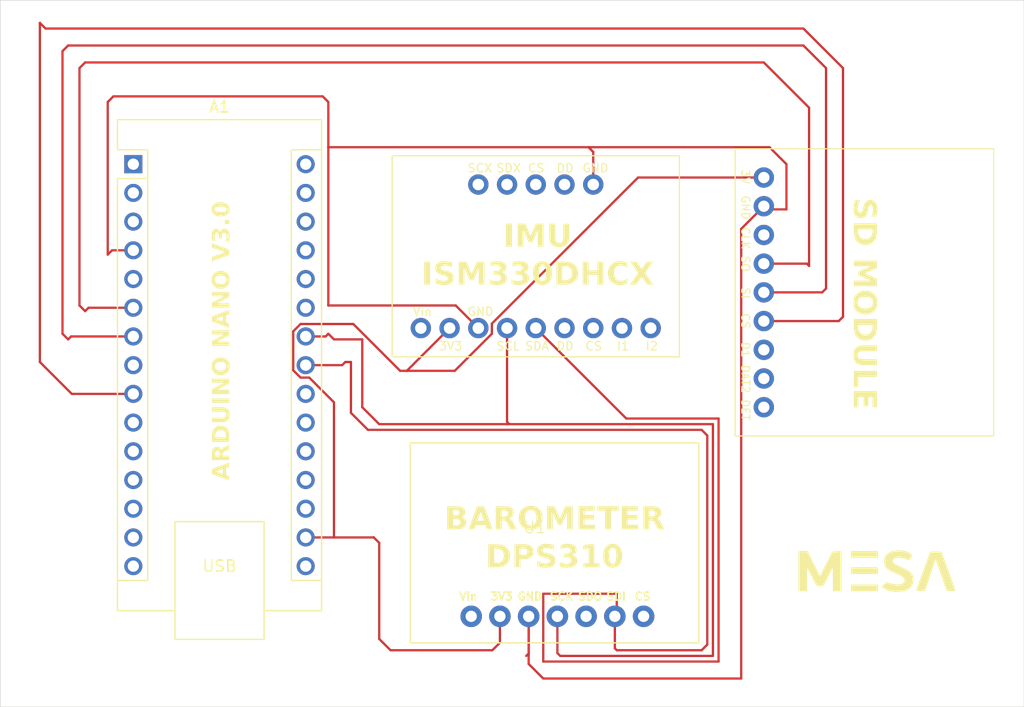
<source format=kicad_pcb>
(kicad_pcb (version 20241229) (generator "pcbnew") (generator_version "9.0")
  (layers (0 "F.Cu" signal) (2 "B.Cu" signal) (13 "F.Paste" user) (15 "B.Paste" user) (5 "F.SilkS" user "F.Silkscreen") (7 "B.SilkS" user "B.Silkscreen") (1 "F.Mask" user) (3 "B.Mask" user) (25 "Edge.Cuts" user))
  (net 0 "")
  (net 4 "Net-(A1-D10)")
  (net 5 "Net-(A1-D13)")
  (net 9 "Net-(A1-D2)")
  (net 14 "Net-(A1-A4)")
  (net 16 "Net-(A1-3V3)")
  (net 19 "GND")
  (net 22 "+5V")
  (net 23 "Net-(A1-D12)")
  (net 25 "Net-(A1-D11)")
  (net 38 "Net-(A1-D3)")
  (net 39 "Net-(A1-D4)")
  (net 40 "Net-(A1-D6)")
  (footprint "Avionics:ADAFRUIT MICROSD" (layer "F.Cu") (at 160.5 89.5 -90)
    (property "Reference" "U4" (hide yes))
    (property "Value" "~" (hide yes))
    (fp_line (start -12.7 11.43) (end -12.7 -11.43) (stroke (width 0.1)) (layer "F.SilkS"))
    (fp_line (start 12.7 11.43) (end -12.7 11.43) (stroke (width 0.1)) (layer "F.SilkS"))
    (fp_line (start -12.7 -11.43) (end 12.7 -11.43) (stroke (width 0.1)) (layer "F.SilkS"))
    (fp_line (start 12.7 -11.43) (end 12.7 11.43) (stroke (width 0.1)) (layer "F.SilkS"))
    (fp_text user "D1" (at 4.318 10.922 270) (layer "F.SilkS") (effects (font (size 0.7 0.7) (thickness 0.1)) (justify left bottom)))
    (fp_text user "GND" (at -8.636 10.922 270) (layer "F.SilkS") (effects (font (size 0.7 0.7) (thickness 0.1)) (justify left bottom)))
    (fp_text user "CS" (at 1.778 10.922 270) (layer "F.SilkS") (effects (font (size 0.7 0.7) (thickness 0.1)) (justify left bottom)))
    (fp_text user "SI" (at -0.508 10.922 270) (layer "F.SilkS") (effects (font (size 0.7 0.7) (thickness 0.1)) (justify left bottom)))
    (fp_text user "SO" (at -3.302 10.922 270) (layer "F.SilkS") (effects (font (size 0.7 0.7) (thickness 0.1)) (justify left bottom)))
    (fp_text user "DET" (at 9.398 10.922 270) (layer "F.SilkS") (effects (font (size 0.7 0.7) (thickness 0.1)) (justify left bottom)))
    (fp_text user "3V" (at -10.922 10.922 270) (layer "F.SilkS") (effects (font (size 0.7 0.7) (thickness 0.1)) (justify left bottom)))
    (fp_text user "DAT2" (at 6.35 10.922 270) (layer "F.SilkS") (effects (font (size 0.7 0.7) (thickness 0.1)) (justify left bottom)))
    (fp_text user "SD MODULE" (at -8.382 1.27 270) (layer "F.SilkS") (effects (font (size 2 2) (thickness 0.1)) (justify left bottom)))
    (fp_text user "CLK" (at -5.842 10.922 270) (layer "F.SilkS") (effects (font (size 0.7 0.7) (thickness 0.1)) (justify left bottom)))
    (pad "1" thru_hole circle (at -10.16 8.89 270) (size 1.8 1.8) (drill 1) (layers "*.Cu" "*.Mask") (net 16 "Net-(A1-3V3)"))
    (pad "2" thru_hole circle (at -7.62 8.89 270) (size 1.8 1.8) (drill 1) (layers "*.Cu" "*.Mask") (net 19 "GND"))
    (pad "3" thru_hole circle (at -5.08 8.89 270) (size 1.8 1.8) (drill 1) (layers "*.Cu" "*.Mask"))
    (pad "4" thru_hole circle (at -2.54 8.89 270) (size 1.8 1.8) (drill 1) (layers "*.Cu" "*.Mask") (net 38 "Net-(A1-D3)"))
    (pad "5" thru_hole circle (at 0 8.89 270) (size 1.8 1.8) (drill 1) (layers "*.Cu" "*.Mask") (net 39 "Net-(A1-D4)"))
    (pad "6" thru_hole circle (at 2.54 8.89 270) (size 1.8 1.8) (drill 1) (layers "*.Cu" "*.Mask") (net 40 "Net-(A1-D6)"))
    (pad "7" thru_hole circle (at 5.08 8.89 270) (size 1.8 1.8) (drill 1) (layers "*.Cu" "*.Mask"))
    (pad "8" thru_hole circle (at 7.62 8.89 270) (size 1.8 1.8) (drill 1) (layers "*.Cu" "*.Mask"))
    (pad "9" thru_hole circle (at 10.16 8.89 270) (size 1.8 1.8) (drill 1) (layers "*.Cu" "*.Mask"))
  )
  (footprint "Logo:MESA" (layer "F.Cu") (at 161.61 114.16)
    (property "Reference" "G***" (hide yes))
    (property "Value" "LOGO" (hide yes))
    (fp_poly (pts (xy 0.084666 -1.481667) (xy 0.084666 -1.185334) (xy -1.100667 -1.185334) (xy -2.286001 -1.185334) (xy -2.286001 -1.481667) (xy -2.286001 -1.778001) (xy -1.100667 -1.778001) (xy 0.084666 -1.778001)) (fill yes) (layer "F.SilkS"))
    (fp_poly (pts (xy 0.084666 -0.042334) (xy 0.084666 0.253999) (xy -1.100667 0.253999) (xy -2.286001 0.253999) (xy -2.286001 -0.042334) (xy -2.286001 -0.338667) (xy -1.100667 -0.338667) (xy 0.084666 -0.338667)) (fill yes) (layer "F.SilkS"))
    (fp_poly (pts (xy 0.084666 1.481666) (xy 0.084666 1.777999) (xy -1.100667 1.777999) (xy -2.286001 1.777999) (xy -2.286001 1.481666) (xy -2.286001 1.185333) (xy -1.100667 1.185333) (xy 0.084666 1.185333)) (fill yes) (layer "F.SilkS"))
    (fp_poly (pts (xy 6.320693 -0.042334) (xy 6.504175 0.462201) (xy 6.666192 0.913279) (xy 6.798189 1.286615) (xy 6.891606 1.557923) (xy 6.937889 1.702918) (xy 6.941367 1.719138) (xy 6.866671 1.754215) (xy 6.675521 1.766131) (xy 6.549813 1.761471) (xy 6.156961 1.735666) (xy 5.917986 1.058333) (xy 5.768512 0.632085) (xy 5.599222 0.145451) (xy 5.444866 -0.301653) (xy 5.434084 -0.333069) (xy 5.189156 -1.047138) (xy 4.725793 0.344264) (xy 4.262429 1.735666) (xy 3.866881 1.761471) (xy 3.635396 1.763585) (xy 3.493666 1.739826) (xy 3.472631 1.719138) (xy 3.500909 1.6227) (xy 3.579237 1.391678) (xy 3.699057 1.050359) (xy 3.851812 0.623028) (xy 4.028945 0.13397) (xy 4.093305 -0.042334) (xy 4.71268 -1.735667) (xy 5.206999 -1.735667) (xy 5.701318 -1.735667)) (fill yes) (layer "F.SilkS"))
    (fp_poly (pts (xy -3.132667 -0.00464) (xy -3.132667 1.777999) (xy -3.513667 1.777999) (xy -3.894667 1.777999) (xy -3.898995 0.740833) (xy -3.903322 -0.296334) (xy -4.323152 0.529166) (xy -4.509461 0.891063) (xy -4.643001 1.127946) (xy -4.746681 1.266279) (xy -4.843408 1.332531) (xy -4.956093 1.353168) (xy -5.037667 1.354666) (xy -5.170071 1.348346) (xy -5.27325 1.31174) (xy -5.370111 1.218383) (xy -5.483564 1.041807) (xy -5.636517 0.755546) (xy -5.752183 0.529166) (xy -6.172013 -0.296334) (xy -6.17634 0.740833) (xy -6.180667 1.777999) (xy -6.561667 1.777999) (xy -6.942667 1.777999) (xy -6.942667 -0.000001) (xy -6.942667 -1.778001) (xy -6.5379 -1.778001) (xy -6.133133 -1.778001) (xy -5.588986 -0.679324) (xy -5.04484 0.419354) (xy -4.49092 -0.658157) (xy -3.937001 -1.735667) (xy -3.534834 -1.761473) (xy -3.132667 -1.787279)) (fill yes) (layer "F.SilkS"))
    (fp_poly (pts (xy 2.540694 -1.76396) (xy 2.708584 -1.707762) (xy 2.983288 -1.572238) (xy 3.098817 -1.425417) (xy 3.065026 -1.2459) (xy 2.980365 -1.117686) (xy 2.865029 -0.991112) (xy 2.755843 -0.974297) (xy 2.578839 -1.053664) (xy 2.308517 -1.147947) (xy 2.004459 -1.186068) (xy 1.721104 -1.169041) (xy 1.512889 -1.097879) (xy 1.448219 -1.032605) (xy 1.405941 -0.893576) (xy 1.453507 -0.7673) (xy 1.609863 -0.6366) (xy 1.893956 -0.484293) (xy 2.209251 -0.342529) (xy 2.658046 -0.126114) (xy 2.962677 0.083472) (xy 3.145494 0.31017) (xy 3.228846 0.577918) (xy 3.240423 0.761999) (xy 3.162264 1.165813) (xy 2.937452 1.494496) (xy 2.659385 1.688988) (xy 2.38462 1.773458) (xy 2.011342 1.822501) (xy 1.607338 1.832611) (xy 1.240393 1.800281) (xy 1.100666 1.769615) (xy 0.840118 1.669843) (xy 0.620054 1.545196) (xy 0.614708 1.541185) (xy 0.425084 1.396999) (xy 0.614708 1.159591) (xy 0.744416 1.011397) (xy 0.853998 0.967038) (xy 1.015769 1.01134) (xy 1.119113 1.053758) (xy 1.449184 1.147722) (xy 1.804035 1.180827) (xy 2.121227 1.152153) (xy 2.324635 1.071506) (xy 2.437367 0.913616) (xy 2.427453 0.747109) (xy 2.365725 0.625819) (xy 2.225951 0.505771) (xy 1.979498 0.367246) (xy 1.658359 0.217393) (xy 1.232854 0.017017) (xy 0.942758 -0.154446) (xy 0.763246 -0.322857) (xy 0.669496 -0.514075) (xy 0.636685 -0.753961) (xy 0.634999 -0.848735) (xy 0.662886 -1.161286) (xy 0.761167 -1.381135) (xy 0.828517 -1.462349) (xy 1.15091 -1.690454) (xy 1.572303 -1.820487) (xy 2.049848 -1.846853)) (fill yes) (layer "F.SilkS"))
  )
  (footprint "Avionics:ISM330DHCX" (layer "F.Cu") (at 131.45 86.31)
    (property "Reference" "U2" (hide yes))
    (property "Value" "ISM330DHCX" (hide yes))
    (fp_line (start -12.7 -8.89) (end 12.7 -8.89) (stroke (width 0.1)) (layer "F.SilkS"))
    (fp_line (start -12.7 8.89) (end -12.7 -8.89) (stroke (width 0.1)) (layer "F.SilkS"))
    (fp_line (start 12.7 -8.89) (end 12.7 8.89) (stroke (width 0.1)) (layer "F.SilkS"))
    (fp_line (start 12.7 8.89) (end -12.7 8.89) (stroke (width 0.1)) (layer "F.SilkS"))
    (fp_rect (start -12.7 -8.89) (end 12.7 8.89) (stroke (width 0.1)) (fill no) (layer "F.SilkS"))
    (fp_text user "3V3" (at -8.636 8.382 0) (layer "F.SilkS") (effects (font (size 0.75 0.75) (thickness 0.1)) (justify left bottom)))
    (fp_text user "GND" (at -6.096 5.334 0) (layer "F.SilkS") (effects (font (size 0.75 0.75) (thickness 0.1)) (justify left bottom)))
    (fp_text user "GND" (at 4.064 -7.366 0) (layer "F.SilkS") (effects (font (size 0.75 0.75) (thickness 0.1)) (justify left bottom)))
    (fp_text user "SDX" (at -3.556 -7.366 0) (layer "F.SilkS") (effects (font (size 0.75 0.75) (thickness 0.1)) (justify left bottom)))
    (fp_text user "SCL" (at -3.556 8.382 0) (layer "F.SilkS") (effects (font (size 0.75 0.75) (thickness 0.1)) (justify left bottom)))
    (fp_text user "CS" (at -0.762 -7.366 0) (layer "F.SilkS") (effects (font (size 0.75 0.75) (thickness 0.1)) (justify left bottom)))
    (fp_text user "CS" (at 4.318 8.382 0) (layer "F.SilkS") (effects (font (size 0.75 0.75) (thickness 0.1)) (justify left bottom)))
    (fp_text user "I2" (at 9.652 8.382 0) (layer "F.SilkS") (effects (font (size 0.75 0.75) (thickness 0.1)) (justify left bottom)))
    (fp_text user "Vin" (at -10.922 5.334 0) (layer "F.SilkS") (effects (font (size 0.75 0.75) (thickness 0.1)) (justify left bottom)))
    (fp_text user "DD" (at 1.778 -7.366 0) (layer "F.SilkS") (effects (font (size 0.75 0.75) (thickness 0.1)) (justify left bottom)))
    (fp_text user "SDA" (at -1.016 8.382 0) (layer "F.SilkS") (effects (font (size 0.75 0.75) (thickness 0.1)) (justify left bottom)))
    (fp_text user "DD" (at 1.778 8.382 0) (layer "F.SilkS") (effects (font (size 0.75 0.75) (thickness 0.1)) (justify left bottom)))
    (fp_text user "SCX" (at -6.096 -7.366 0) (layer "F.SilkS") (effects (font (size 0.75 0.75) (thickness 0.1)) (justify left bottom)))
    (fp_text user "I1" (at 7.112 8.382 0) (layer "F.SilkS") (effects (font (size 0.75 0.75) (thickness 0.1)) (justify left bottom)))
    (pad "1" thru_hole circle (at 2.54 -6.35) (size 1.8 1.8) (drill 1.02) (layers "*.Cu" "*.Mask"))
    (pad "2" thru_hole circle (at -2.54 -6.35) (size 1.8 1.8) (drill 1.02) (layers "*.Cu" "*.Mask"))
    (pad "3" thru_hole circle (at -5.08 -6.35) (size 1.8 1.8) (drill 1.02) (layers "*.Cu" "*.Mask"))
    (pad "4" thru_hole circle (at 7.62 6.35) (size 1.8 1.8) (drill 1.02) (layers "*.Cu" "*.Mask"))
    (pad "5" thru_hole circle (at -10.16 6.35) (size 1.8 1.8) (drill 1.02) (layers "*.Cu" "*.Mask"))
    (pad "6" thru_hole circle (at -5.08 6.35) (size 1.8 1.8) (drill 1.02) (layers "*.Cu" "*.Mask") (net 19 "GND"))
    (pad "6" thru_hole circle (at 5.08 -6.35) (size 1.8 1.8) (drill 1.02) (layers "*.Cu" "*.Mask") (net 19 "GND"))
    (pad "8" thru_hole circle (at -7.62 6.35) (size 1.8 1.8) (drill 1.02) (layers "*.Cu" "*.Mask") (net 16 "Net-(A1-3V3)"))
    (pad "9" thru_hole circle (at 10.16 6.35) (size 1.8 1.8) (drill 1.02) (layers "*.Cu" "*.Mask"))
    (pad "11" thru_hole circle (at 2.54 6.35) (size 1.8 1.8) (drill 1.02) (layers "*.Cu" "*.Mask"))
    (pad "12" thru_hole circle (at 0 -6.35) (size 1.8 1.8) (drill 1.02) (layers "*.Cu" "*.Mask"))
    (pad "12" thru_hole circle (at 5.08 6.35) (size 1.8 1.8) (drill 1.02) (layers "*.Cu" "*.Mask"))
    (pad "13" thru_hole circle (at -2.54 6.35) (size 1.8 1.8) (drill 1.02) (layers "*.Cu" "*.Mask") (net 14 "Net-(A1-A4)"))
    (pad "14" thru_hole circle (at 0 6.35) (size 1.8 1.8) (drill 1.02) (layers "*.Cu" "*.Mask") (net 14 "Net-(A1-A4)"))
  )
  (footprint "Module:Arduino_Nano" (layer "F.Cu") (at 95.87 78.16)
    (property "Reference" "A1" (at 7.62 -5.08 0) (layer "F.SilkS"))
    (property "Value" "Arduino_Nano_v3.x")
    (fp_line (start -1.4 -3.94) (end -1.4 -1.27) (stroke (width 0.12)) (layer "F.SilkS"))
    (fp_line (start -1.4 1.27) (end -1.4 39.5) (stroke (width 0.12)) (layer "F.SilkS"))
    (fp_line (start -1.4 39.5) (end 3.68 39.5) (stroke (width 0.12)) (layer "F.SilkS"))
    (fp_line (start 1.27 -1.27) (end -1.4 -1.27) (stroke (width 0.12)) (layer "F.SilkS"))
    (fp_line (start 1.27 1.27) (end -1.4 1.27) (stroke (width 0.12)) (layer "F.SilkS"))
    (fp_line (start 1.27 1.27) (end 1.27 -1.27) (stroke (width 0.12)) (layer "F.SilkS"))
    (fp_line (start 1.27 1.27) (end 1.27 36.83) (stroke (width 0.12)) (layer "F.SilkS"))
    (fp_line (start 1.27 36.83) (end -1.4 36.83) (stroke (width 0.12)) (layer "F.SilkS"))
    (fp_line (start 3.68 31.62) (end 11.56 31.62) (stroke (width 0.12)) (layer "F.SilkS"))
    (fp_line (start 3.68 42.04) (end 3.68 31.62) (stroke (width 0.12)) (layer "F.SilkS"))
    (fp_line (start 11.56 31.62) (end 11.56 42.04) (stroke (width 0.12)) (layer "F.SilkS"))
    (fp_line (start 11.56 42.04) (end 3.68 42.04) (stroke (width 0.12)) (layer "F.SilkS"))
    (fp_line (start 13.97 -1.27) (end 13.97 36.83) (stroke (width 0.12)) (layer "F.SilkS"))
    (fp_line (start 13.97 -1.27) (end 16.64 -1.27) (stroke (width 0.12)) (layer "F.SilkS"))
    (fp_line (start 13.97 36.83) (end 16.64 36.83) (stroke (width 0.12)) (layer "F.SilkS"))
    (fp_line (start 16.64 -3.94) (end -1.4 -3.94) (stroke (width 0.12)) (layer "F.SilkS"))
    (fp_line (start 16.64 39.5) (end 11.56 39.5) (stroke (width 0.12)) (layer "F.SilkS"))
    (fp_line (start 16.64 39.5) (end 16.64 -3.94) (stroke (width 0.12)) (layer "F.SilkS"))
    (fp_text user "USB" (at 7.62 35.56 0) (layer "F.SilkS"))
    (pad "1" thru_hole rect (at 0 0) (size 1.6 1.6) (drill 1) (layers "*.Cu" "*.Mask"))
    (pad "2" thru_hole oval (at 0 2.54) (size 1.6 1.6) (drill 1) (layers "*.Cu" "*.Mask"))
    (pad "3" thru_hole oval (at 0 5.08) (size 1.6 1.6) (drill 1) (layers "*.Cu" "*.Mask"))
    (pad "4" thru_hole oval (at 0 7.62) (size 1.6 1.6) (drill 1) (layers "*.Cu" "*.Mask") (net 19 "GND"))
    (pad "5" thru_hole oval (at 0 10.16) (size 1.6 1.6) (drill 1) (layers "*.Cu" "*.Mask") (net 9 "Net-(A1-D2)"))
    (pad "6" thru_hole oval (at 0 12.7) (size 1.6 1.6) (drill 1) (layers "*.Cu" "*.Mask") (net 38 "Net-(A1-D3)"))
    (pad "7" thru_hole oval (at 0 15.24) (size 1.6 1.6) (drill 1) (layers "*.Cu" "*.Mask") (net 39 "Net-(A1-D4)"))
    (pad "8" thru_hole oval (at 0 17.78) (size 1.6 1.6) (drill 1) (layers "*.Cu" "*.Mask"))
    (pad "9" thru_hole oval (at 0 20.32) (size 1.6 1.6) (drill 1) (layers "*.Cu" "*.Mask") (net 40 "Net-(A1-D6)"))
    (pad "10" thru_hole oval (at 0 22.86) (size 1.6 1.6) (drill 1) (layers "*.Cu" "*.Mask"))
    (pad "11" thru_hole oval (at 0 25.4) (size 1.6 1.6) (drill 1) (layers "*.Cu" "*.Mask"))
    (pad "12" thru_hole oval (at 0 27.94) (size 1.6 1.6) (drill 1) (layers "*.Cu" "*.Mask"))
    (pad "13" thru_hole oval (at 0 30.48) (size 1.6 1.6) (drill 1) (layers "*.Cu" "*.Mask") (net 4 "Net-(A1-D10)"))
    (pad "14" thru_hole oval (at 0 33.02) (size 1.6 1.6) (drill 1) (layers "*.Cu" "*.Mask") (net 25 "Net-(A1-D11)"))
    (pad "15" thru_hole oval (at 0 35.56) (size 1.6 1.6) (drill 1) (layers "*.Cu" "*.Mask") (net 23 "Net-(A1-D12)"))
    (pad "16" thru_hole oval (at 15.24 35.56) (size 1.6 1.6) (drill 1) (layers "*.Cu" "*.Mask") (net 5 "Net-(A1-D13)"))
    (pad "17" thru_hole oval (at 15.24 33.02) (size 1.6 1.6) (drill 1) (layers "*.Cu" "*.Mask") (net 16 "Net-(A1-3V3)"))
    (pad "18" thru_hole oval (at 15.24 30.48) (size 1.6 1.6) (drill 1) (layers "*.Cu" "*.Mask"))
    (pad "19" thru_hole oval (at 15.24 27.94) (size 1.6 1.6) (drill 1) (layers "*.Cu" "*.Mask"))
    (pad "20" thru_hole oval (at 15.24 25.4) (size 1.6 1.6) (drill 1) (layers "*.Cu" "*.Mask"))
    (pad "21" thru_hole oval (at 15.24 22.86) (size 1.6 1.6) (drill 1) (layers "*.Cu" "*.Mask"))
    (pad "22" thru_hole oval (at 15.24 20.32) (size 1.6 1.6) (drill 1) (layers "*.Cu" "*.Mask"))
    (pad "23" thru_hole oval (at 15.24 17.78) (size 1.6 1.6) (drill 1) (layers "*.Cu" "*.Mask") (net 14 "Net-(A1-A4)"))
    (pad "24" thru_hole oval (at 15.24 15.24) (size 1.6 1.6) (drill 1) (layers "*.Cu" "*.Mask") (net 14 "Net-(A1-A4)"))
    (pad "25" thru_hole oval (at 15.24 12.7) (size 1.6 1.6) (drill 1) (layers "*.Cu" "*.Mask"))
    (pad "26" thru_hole oval (at 15.24 10.16) (size 1.6 1.6) (drill 1) (layers "*.Cu" "*.Mask"))
    (pad "27" thru_hole oval (at 15.24 7.62) (size 1.6 1.6) (drill 1) (layers "*.Cu" "*.Mask"))
    (pad "28" thru_hole oval (at 15.24 5.08) (size 1.6 1.6) (drill 1) (layers "*.Cu" "*.Mask"))
    (pad "29" thru_hole oval (at 15.24 2.54) (size 1.6 1.6) (drill 1) (layers "*.Cu" "*.Mask"))
    (pad "30" thru_hole oval (at 15.24 0) (size 1.6 1.6) (drill 1) (layers "*.Cu" "*.Mask") (net 22 "+5V"))
  )
  (footprint "Avionics:DPS310" (layer "F.Cu") (at 133.11 111.81)
    (property "Reference" "U1" (at -1.75 -1.5 0) (layer "F.SilkS") (effects (font (thickness 0.1))))
    (property "Value" "~")
    (fp_line (start -12.75 -9) (end 12.75 -9) (stroke (width 0.1)) (layer "F.SilkS"))
    (fp_line (start -12.75 8.7) (end -12.75 -9) (stroke (width 0.1)) (layer "F.SilkS"))
    (fp_line (start 12.75 -9) (end 12.75 8.7) (stroke (width 0.1)) (layer "F.SilkS"))
    (fp_line (start 12.75 8.7) (end -12.75 8.7) (stroke (width 0.1)) (layer "F.SilkS"))
    (fp_rect (start -12.75 -9) (end 12.75 8.7) (stroke (width 0.1)) (fill no) (layer "F.SilkS"))
    (fp_text user "GND" (at -3.35 5 0) (layer "F.SilkS") (effects (font (size 0.7 0.7) (thickness 0.15) (bold yes)) (justify left bottom)))
    (fp_text user "SDI" (at 4.5 5 0) (layer "F.SilkS") (effects (font (size 0.7 0.7) (thickness 0.15) (bold yes)) (justify left bottom)))
    (fp_text user "CS" (at 7 5 0) (layer "F.SilkS") (effects (font (size 0.7 0.7) (thickness 0.15) (bold yes)) (justify left bottom)))
    (fp_text user "SCK" (at -0.5 5 0) (layer "F.SilkS") (effects (font (size 0.7 0.7) (thickness 0.15) (bold yes)) (justify left bottom)))
    (fp_text user "Vin" (at -8.5 5 0) (layer "F.SilkS") (effects (font (size 0.7 0.7) (thickness 0.15) (bold yes)) (justify left bottom)))
    (fp_text user "3V3" (at -5.75 5 0) (layer "F.SilkS") (effects (font (size 0.7 0.7) (thickness 0.15) (bold yes)) (justify left bottom)))
    (fp_text user "SDO" (at 2 5 0) (layer "F.SilkS") (effects (font (size 0.7 0.7) (thickness 0.15) (bold yes)) (justify left bottom)))
    (pad "1" thru_hole circle (at -7.37 6.35) (size 1.905 1.905) (drill 1) (layers "*.Cu" "*.Mask"))
    (pad "2" thru_hole circle (at -4.83 6.35) (size 1.905 1.905) (drill 1) (layers "*.Cu" "*.Mask") (net 16 "Net-(A1-3V3)"))
    (pad "3" thru_hole circle (at -2.29 6.35) (size 1.905 1.905) (drill 1) (layers "*.Cu" "*.Mask") (net 19 "GND"))
    (pad "4" thru_hole circle (at 0.25 6.35) (size 1.905 1.905) (drill 1) (layers "*.Cu" "*.Mask") (net 14 "Net-(A1-A4)"))
    (pad "5" thru_hole circle (at 2.79 6.35) (size 1.905 1.905) (drill 1) (layers "*.Cu" "*.Mask"))
    (pad "6" thru_hole circle (at 5.33 6.35) (size 1.905 1.905) (drill 1) (layers "*.Cu" "*.Mask") (net 14 "Net-(A1-A4)"))
    (pad "7" thru_hole circle (at 7.87 6.35) (size 1.905 1.905) (drill 1) (layers "*.Cu" "*.Mask"))
  )
  (gr_line (start 84.11 69.16) (end 84.11 63.66) (stroke (width 0.05)) (layer "Edge.Cuts"))
  (gr_line (start 84.11 63.66) (end 174.61 63.66) (stroke (width 0.05)) (layer "Edge.Cuts"))
  (gr_line (start 174.61 126.16) (end 84.11 126.16) (stroke (width 0.05)) (layer "Edge.Cuts"))
  (gr_line (start 174.61 63.66) (end 174.61 126.16) (stroke (width 0.05)) (layer "Edge.Cuts"))
  (gr_line (start 84.11 126.16) (end 84.11 69.16) (stroke (width 0.05)) (layer "Edge.Cuts"))
  (gr_text "ARDUINO NANO V3.0" (at 104.61 106.16 90) (layer "F.SilkS") (effects (font (size 1.5 1.5) (thickness 0.3) (bold yes)) (justify left bottom)))
  (gr_text "IMU\nISM330DHCX" (at 131.61 89.16 0) (layer "F.SilkS") (effects (font (size 2 2) (thickness 0.1)) (justify bottom)))
  (gr_text "BAROMETER\nDPS310\n" (at 133.11 114.16 0) (layer "F.SilkS") (effects (font (size 2 2) (thickness 0.1)) (justify bottom)))
  (segment (start 128.91 100.96) (end 129.11 101.16) (width 0.2) (layer "F.Cu") (net 14))
  (segment (start 146.61 102.16) (end 146.11 101.66) (width 0.2) (layer "F.Cu") (net 14))
  (segment (start 138.44 120.99) (end 138.61 121.16) (width 0.2) (layer "F.Cu") (net 14))
  (segment (start 116.11 93.66) (end 113.61 93.66) (width 0.2) (layer "F.Cu") (net 14))
  (segment (start 128.91 92.66) (end 128.91 100.96) (width 0.2) (layer "F.Cu") (net 14))
  (segment (start 116.61 101.66) (end 115.11 100.16) (width 0.2) (layer "F.Cu") (net 14))
  (segment (start 129.11 101.16) (end 117.61 101.16) (width 0.2) (layer "F.Cu") (net 14))
  (segment (start 131.45 92.66) (end 139.45 100.66) (width 0.2) (layer "F.Cu") (net 14))
  (segment (start 146.11 121.16) (end 146.61 120.66) (width 0.2) (layer "F.Cu") (net 14))
  (segment (start 138.44 118.16) (end 138.44 120.99) (width 0.2) (layer "F.Cu") (net 14))
  (segment (start 146.11 101.66) (end 116.61 101.66) (width 0.2) (layer "F.Cu") (net 14))
  (segment (start 138.61 121.16) (end 146.11 121.16) (width 0.2) (layer "F.Cu") (net 14))
  (segment (start 139.45 100.66) (end 147.61 100.66) (width 0.2) (layer "F.Cu") (net 14))
  (segment (start 138.61 117.99) (end 138.44 118.16) (width 0.2) (layer "F.Cu") (net 14))
  (segment (start 147.11 121.66) (end 147.11 101.16) (width 0.2) (layer "F.Cu") (net 14))
  (segment (start 115.11 95.66) (end 114.61 95.66) (width 0.2) (layer "F.Cu") (net 14))
  (segment (start 114.33 95.94) (end 111.11 95.94) (width 0.2) (layer "F.Cu") (net 14))
  (segment (start 113.61 93.66) (end 113.11 93.16) (width 0.2) (layer "F.Cu") (net 14))
  (segment (start 132.11 122.16) (end 132.11 116.16) (width 0.2) (layer "F.Cu") (net 14))
  (segment (start 133.61 121.66) (end 147.11 121.66) (width 0.2) (layer "F.Cu") (net 14))
  (segment (start 147.61 122.16) (end 132.11 122.16) (width 0.2) (layer "F.Cu") (net 14))
  (segment (start 138.61 116.16) (end 138.61 117.99) (width 0.2) (layer "F.Cu") (net 14))
  (segment (start 117.61 101.16) (end 116.11 99.66) (width 0.2) (layer "F.Cu") (net 14))
  (segment (start 147.11 101.16) (end 129.11 101.16) (width 0.2) (layer "F.Cu") (net 14))
  (segment (start 116.11 99.66) (end 116.11 93.66) (width 0.2) (layer "F.Cu") (net 14))
  (segment (start 146.61 120.66) (end 146.61 102.16) (width 0.2) (layer "F.Cu") (net 14))
  (segment (start 147.61 100.66) (end 147.61 122.16) (width 0.2) (layer "F.Cu") (net 14))
  (segment (start 114.61 95.66) (end 114.33 95.94) (width 0.2) (layer "F.Cu") (net 14))
  (segment (start 133.36 121.41) (end 133.61 121.66) (width 0.2) (layer "F.Cu") (net 14))
  (segment (start 115.11 100.16) (end 115.11 95.66) (width 0.2) (layer "F.Cu") (net 14))
  (segment (start 113.11 93.16) (end 112.87 93.4) (width 0.2) (layer "F.Cu") (net 14))
  (segment (start 133.36 118.16) (end 133.36 121.41) (width 0.2) (layer "F.Cu") (net 14))
  (segment (start 112.87 93.4) (end 111.11 93.4) (width 0.2) (layer "F.Cu") (net 14))
  (segment (start 132.11 116.16) (end 138.61 116.16) (width 0.2) (layer "F.Cu") (net 14))
  (segment (start 113.61 99.2271) (end 113.61 111.18) (width 0.2) (layer "F.Cu") (net 16))
  (segment (start 120.05 96.44) (end 119.4571 96.44) (width 0.2) (layer "F.Cu") (net 16))
  (segment (start 127.61 121.16) (end 118.61 121.16) (width 0.2) (layer "F.Cu") (net 16))
  (segment (start 117.61 111.66) (end 117.11 111.16) (width 0.2) (layer "F.Cu") (net 16))
  (segment (start 140.492529 79.34) (end 127.571 92.261529) (width 0.2) (layer "F.Cu") (net 16))
  (segment (start 127.571 92.261529) (end 127.571 93.157471) (width 0.2) (layer "F.Cu") (net 16))
  (segment (start 128.28 120.49) (end 127.61 121.16) (width 0.2) (layer "F.Cu") (net 16))
  (segment (start 117.61 120.16) (end 117.61 111.66) (width 0.2) (layer "F.Cu") (net 16))
  (segment (start 110.009 92.94395) (end 110.009 96.39605) (width 0.2) (layer "F.Cu") (net 16))
  (segment (start 110.65395 97.041) (end 111.4239 97.041) (width 0.2) (layer "F.Cu") (net 16))
  (segment (start 117.09 111.18) (end 113.61 111.18) (width 0.2) (layer "F.Cu") (net 16))
  (segment (start 128.28 118.16) (end 128.28 120.49) (width 0.2) (layer "F.Cu") (net 16))
  (segment (start 110.009 96.39605) (end 110.65395 97.041) (width 0.2) (layer "F.Cu") (net 16))
  (segment (start 110.65395 92.299) (end 110.009 92.94395) (width 0.2) (layer "F.Cu") (net 16))
  (segment (start 123.83 92.66) (end 120.05 96.44) (width 0.2) (layer "F.Cu") (net 16))
  (segment (start 111.4239 97.041) (end 113.61 99.2271) (width 0.2) (layer "F.Cu") (net 16))
  (segment (start 113.61 111.18) (end 111.11 111.18) (width 0.2) (layer "F.Cu") (net 16))
  (segment (start 151.61 79.34) (end 140.492529 79.34) (width 0.2) (layer "F.Cu") (net 16))
  (segment (start 119.4571 96.44) (end 115.3161 92.299) (width 0.2) (layer "F.Cu") (net 16))
  (segment (start 124.288471 96.44) (end 120.05 96.44) (width 0.2) (layer "F.Cu") (net 16))
  (segment (start 117.11 111.16) (end 117.09 111.18) (width 0.2) (layer "F.Cu") (net 16))
  (segment (start 118.61 121.16) (end 117.61 120.16) (width 0.2) (layer "F.Cu") (net 16))
  (segment (start 127.571 93.157471) (end 124.288471 96.44) (width 0.2) (layer "F.Cu") (net 16))
  (segment (start 115.3161 92.299) (end 110.65395 92.299) (width 0.2) (layer "F.Cu") (net 16))
  (segment (start 93.99 85.78) (end 95.87 85.78) (width 0.2) (layer "F.Cu") (net 19))
  (segment (start 136.53 79.96) (end 136.53 77.08) (width 0.2) (layer "F.Cu") (net 19))
  (segment (start 113.11 72.66) (end 112.61 72.16) (width 0.2) (layer "F.Cu") (net 19))
  (segment (start 149.61 83.88) (end 151.61 81.88) (width 0.2) (layer "F.Cu") (net 19))
  (segment (start 112.61 72.16) (end 94.11 72.16) (width 0.2) (layer "F.Cu") (net 19))
  (segment (start 124.37 90.66) (end 113.11 90.66) (width 0.2) (layer "F.Cu") (net 19))
  (segment (start 93.61 72.66) (end 93.61 86.16) (width 0.2) (layer "F.Cu") (net 19))
  (segment (start 153.61 82.16) (end 153.61 78.16) (width 0.2) (layer "F.Cu") (net 19))
  (segment (start 149.61 123.66) (end 149.61 83.88) (width 0.2) (layer "F.Cu") (net 19))
  (segment (start 93.61 86.16) (end 93.99 85.78) (width 0.2) (layer "F.Cu") (net 19))
  (segment (start 94.11 72.16) (end 93.61 72.66) (width 0.2) (layer "F.Cu") (net 19))
  (segment (start 136.53 77.08) (end 136.11 76.66) (width 0.2) (layer "F.Cu") (net 19))
  (segment (start 151.61 81.88) (end 151.89 82.16) (width 0.2) (layer "F.Cu") (net 19))
  (segment (start 136.11 76.66) (end 113.11 76.66) (width 0.2) (layer "F.Cu") (net 19))
  (segment (start 153.61 78.16) (end 152.11 76.66) (width 0.2) (layer "F.Cu") (net 19))
  (segment (start 113.11 90.66) (end 113.11 76.66) (width 0.2) (layer "F.Cu") (net 19))
  (segment (start 130.82 121.45) (end 130.61 121.66) (width 0.2) (layer "F.Cu") (net 19))
  (segment (start 113.11 76.66) (end 113.11 72.66) (width 0.2) (layer "F.Cu") (net 19))
  (segment (start 152.11 76.66) (end 136.11 76.66) (width 0.2) (layer "F.Cu") (net 19))
  (segment (start 132.11 123.66) (end 149.61 123.66) (width 0.2) (layer "F.Cu") (net 19))
  (segment (start 130.82 118.16) (end 130.82 122.37) (width 0.2) (layer "F.Cu") (net 19))
  (segment (start 126.37 92.66) (end 124.37 90.66) (width 0.2) (layer "F.Cu") (net 19))
  (segment (start 151.89 82.16) (end 153.61 82.16) (width 0.2) (layer "F.Cu") (net 19))
  (segment (start 130.82 118.16) (end 130.82 121.45) (width 0.2) (layer "F.Cu") (net 19))
  (segment (start 130.82 122.37) (end 132.11 123.66) (width 0.2) (layer "F.Cu") (net 19))
  (segment (start 155.61 87.16) (end 155.61 73.16) (width 0.2) (layer "F.Cu") (net 38))
  (segment (start 155.61 73.16) (end 151.61 69.16) (width 0.2) (layer "F.Cu") (net 38))
  (segment (start 91.61 69.16) (end 91.11 69.66) (width 0.2) (layer "F.Cu") (net 38))
  (segment (start 151.61 69.16) (end 91.61 69.16) (width 0.2) (layer "F.Cu") (net 38))
  (segment (start 151.61 86.96) (end 155.41 86.96) (width 0.2) (layer "F.Cu") (net 38))
  (segment (start 91.91 90.86) (end 95.87 90.86) (width 0.2) (layer "F.Cu") (net 38))
  (segment (start 91.11 90.66) (end 91.61 91.16) (width 0.2) (layer "F.Cu") (net 38))
  (segment (start 155.41 86.96) (end 155.61 87.16) (width 0.2) (layer "F.Cu") (net 38))
  (segment (start 91.11 69.66) (end 91.11 90.66) (width 0.2) (layer "F.Cu") (net 38))
  (segment (start 91.61 91.16) (end 91.91 90.86) (width 0.2) (layer "F.Cu") (net 38))
  (segment (start 89.61 93.16) (end 90.11 93.66) (width 0.2) (layer "F.Cu") (net 39))
  (segment (start 157.11 89.16) (end 157.11 69.66) (width 0.2) (layer "F.Cu") (net 39))
  (segment (start 90.11 67.66) (end 89.61 68.16) (width 0.2) (layer "F.Cu") (net 39))
  (segment (start 155.11 67.66) (end 90.11 67.66) (width 0.2) (layer "F.Cu") (net 39))
  (segment (start 90.37 93.4) (end 95.87 93.4) (width 0.2) (layer "F.Cu") (net 39))
  (segment (start 90.11 93.66) (end 90.37 93.4) (width 0.2) (layer "F.Cu") (net 39))
  (segment (start 157.11 69.66) (end 155.11 67.66) (width 0.2) (layer "F.Cu") (net 39))
  (segment (start 151.61 89.5) (end 156.77 89.5) (width 0.2) (layer "F.Cu") (net 39))
  (segment (start 156.77 89.5) (end 157.11 89.16) (width 0.2) (layer "F.Cu") (net 39))
  (segment (start 89.61 68.16) (end 89.61 93.16) (width 0.2) (layer "F.Cu") (net 39))
  (segment (start 158.61 69.66) (end 155.11 66.16) (width 0.2) (layer "F.Cu") (net 40))
  (segment (start 151.61 92.04) (end 158.23 92.04) (width 0.2) (layer "F.Cu") (net 40))
  (segment (start 155.11 66.16) (end 88.11 66.16) (width 0.2) (layer "F.Cu") (net 40))
  (segment (start 88.11 66.16) (end 87.61 65.66) (width 0.2) (layer "F.Cu") (net 40))
  (segment (start 158.23 92.04) (end 158.61 91.66) (width 0.2) (layer "F.Cu") (net 40))
  (segment (start 87.61 65.66) (end 87.61 95.66) (width 0.2) (layer "F.Cu") (net 40))
  (segment (start 158.61 91.66) (end 158.61 69.66) (width 0.2) (layer "F.Cu") (net 40))
  (segment (start 90.43 98.48) (end 95.87 98.48) (width 0.2) (layer "F.Cu") (net 40))
  (segment (start 87.61 95.66) (end 90.43 98.48) (width 0.2) (layer "F.Cu") (net 40))
)
</source>
